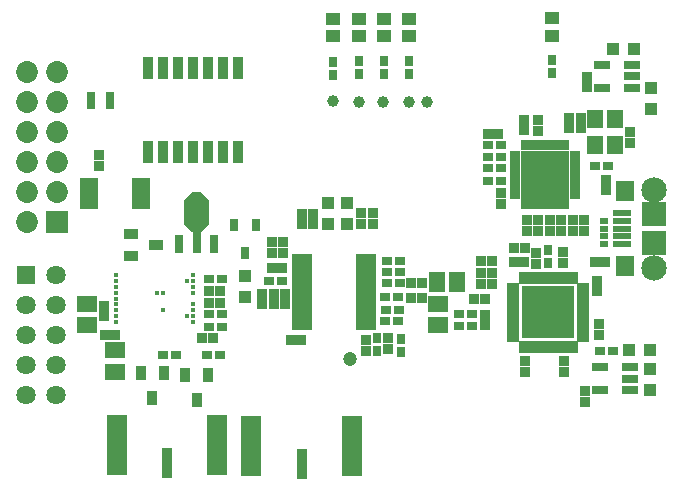
<source format=gts>
G04*
G04 #@! TF.GenerationSoftware,Altium Limited,Altium Designer,19.1.7 (138)*
G04*
G04 Layer_Color=8388736*
%FSLAX44Y44*%
%MOMM*%
G71*
G01*
G75*
%ADD50C,1.0032*%
%ADD51R,0.6782X0.5032*%
%ADD52R,1.3032X0.8532*%
%ADD53R,1.3532X0.8032*%
%ADD54R,0.8032X1.0532*%
%ADD55R,0.8032X1.6032*%
%ADD56R,0.8032X2.0032*%
%ADD57R,1.6032X0.6532*%
%ADD58R,1.7232X0.6432*%
%ADD59C,1.2032*%
%ADD60R,0.9032X1.9782*%
%ADD61R,1.0032X1.0032*%
%ADD62R,1.0032X1.0032*%
%ADD63R,4.4532X4.4532*%
%ADD64R,1.0532X0.5032*%
%ADD65R,0.5032X1.0532*%
%ADD66R,0.9532X0.5032*%
%ADD67R,4.0532X4.0532*%
%ADD68R,0.5032X0.9532*%
%ADD69R,1.1532X1.1032*%
%ADD70R,1.4032X1.6532*%
%ADD71R,0.8032X0.5532*%
%ADD72R,1.6532X1.3532*%
%ADD73C,0.4032*%
%ADD74R,1.8032X5.1032*%
%ADD75R,0.9032X2.5532*%
%ADD76R,1.4032X1.6032*%
%ADD77R,1.5532X0.6032*%
%ADD78R,1.6032X1.8032*%
%ADD79R,2.1032X2.1032*%
%ADD80R,0.9032X0.8032*%
%ADD81R,0.8532X0.8432*%
%ADD82R,0.8432X0.8532*%
%ADD83R,0.8032X0.9032*%
%ADD84R,1.6532X1.4032*%
%ADD85R,0.8532X1.3032*%
%ADD86C,1.6282*%
%ADD87R,1.6282X1.6282*%
%ADD88C,1.8532*%
%ADD89R,1.8532X1.8532*%
%ADD90C,2.1532*%
G36*
X163883Y257260D02*
X164014Y257234D01*
X164140Y257191D01*
X164259Y257132D01*
X164370Y257058D01*
X164470Y256970D01*
X170970Y250470D01*
X171058Y250370D01*
X171132Y250259D01*
X171191Y250140D01*
X171234Y250014D01*
X171259Y249883D01*
X171268Y249750D01*
Y230750D01*
X171259Y230617D01*
X171234Y230487D01*
X171191Y230360D01*
X171132Y230241D01*
X171058Y230130D01*
X170970Y230030D01*
X164470Y223530D01*
X164370Y223442D01*
X164259Y223368D01*
X164140Y223309D01*
X164014Y223267D01*
X163883Y223241D01*
X163750Y223232D01*
X157750D01*
X157617Y223241D01*
X157486Y223267D01*
X157360Y223309D01*
X157241Y223368D01*
X157130Y223442D01*
X157030Y223530D01*
X150530Y230030D01*
X150442Y230130D01*
X150368Y230241D01*
X150309Y230360D01*
X150267Y230487D01*
X150240Y230617D01*
X150232Y230750D01*
Y249750D01*
X150240Y249883D01*
X150267Y250014D01*
X150309Y250140D01*
X150368Y250259D01*
X150442Y250370D01*
X150530Y250470D01*
X157030Y256970D01*
X157130Y257058D01*
X157241Y257132D01*
X157360Y257191D01*
X157486Y257234D01*
X157617Y257260D01*
X157750Y257268D01*
X163750D01*
X163883Y257260D01*
D02*
G37*
D50*
X276500Y333750D02*
D03*
X355500Y333500D02*
D03*
X340250D02*
D03*
X319000D02*
D03*
X298000D02*
D03*
D51*
X87882Y339518D02*
D03*
Y334518D02*
D03*
Y329518D02*
D03*
X71122D02*
D03*
Y334518D02*
D03*
Y339518D02*
D03*
D52*
X126250Y212000D02*
D03*
X105250Y202400D02*
D03*
Y221600D02*
D03*
D53*
X504226Y345284D02*
D03*
Y364284D02*
D03*
X529226D02*
D03*
Y354784D02*
D03*
Y345284D02*
D03*
X502500Y89500D02*
D03*
Y108500D02*
D03*
X527500D02*
D03*
Y99000D02*
D03*
Y89500D02*
D03*
D54*
X202000Y205000D02*
D03*
X192500Y229000D02*
D03*
X211500D02*
D03*
D55*
X175750Y213250D02*
D03*
X145750D02*
D03*
D56*
X160750Y215250D02*
D03*
D57*
X69500Y265500D02*
D03*
Y259000D02*
D03*
Y252500D02*
D03*
Y246000D02*
D03*
X113500D02*
D03*
Y252500D02*
D03*
Y259000D02*
D03*
Y265500D02*
D03*
D58*
X304150Y201050D02*
D03*
Y194650D02*
D03*
Y188250D02*
D03*
Y181850D02*
D03*
Y175450D02*
D03*
Y169050D02*
D03*
Y162650D02*
D03*
Y156250D02*
D03*
Y149850D02*
D03*
Y143450D02*
D03*
X249850D02*
D03*
Y149850D02*
D03*
Y156250D02*
D03*
Y162650D02*
D03*
Y169050D02*
D03*
Y175450D02*
D03*
Y181850D02*
D03*
Y188250D02*
D03*
Y194650D02*
D03*
Y201050D02*
D03*
D59*
X290750Y115500D02*
D03*
D60*
X119900Y291120D02*
D03*
X132600D02*
D03*
X145300D02*
D03*
X158000D02*
D03*
X170700D02*
D03*
X183400D02*
D03*
X196100D02*
D03*
Y361880D02*
D03*
X183400D02*
D03*
X170700D02*
D03*
X158000D02*
D03*
X145300D02*
D03*
X132600D02*
D03*
X119900D02*
D03*
D61*
X272001Y230000D02*
D03*
Y247500D02*
D03*
X544501Y89749D02*
D03*
Y107249D02*
D03*
X545225Y345034D02*
D03*
Y327534D02*
D03*
X201751Y168249D02*
D03*
Y185749D02*
D03*
X287999Y247751D02*
D03*
Y230251D02*
D03*
D62*
X530976Y377785D02*
D03*
X513476D02*
D03*
X544250Y123501D02*
D03*
X526750D02*
D03*
D63*
X458500Y155000D02*
D03*
D64*
X429000Y132500D02*
D03*
X429000Y137500D02*
D03*
Y142500D02*
D03*
Y147500D02*
D03*
Y152500D02*
D03*
Y157500D02*
D03*
Y162500D02*
D03*
Y167500D02*
D03*
Y172500D02*
D03*
X429000Y177500D02*
D03*
X488000D02*
D03*
X488000Y172500D02*
D03*
Y167500D02*
D03*
Y162500D02*
D03*
Y157500D02*
D03*
Y152500D02*
D03*
Y147500D02*
D03*
Y142500D02*
D03*
Y137500D02*
D03*
X488000Y132500D02*
D03*
D65*
X436000Y184500D02*
D03*
X441000Y184500D02*
D03*
X446000D02*
D03*
X451000D02*
D03*
X456000D02*
D03*
X461000D02*
D03*
X466000D02*
D03*
X471000D02*
D03*
X476000D02*
D03*
X481000Y184500D02*
D03*
Y125500D02*
D03*
X476000Y125500D02*
D03*
X471000D02*
D03*
X466000D02*
D03*
X461000D02*
D03*
X456000D02*
D03*
X451000D02*
D03*
X446000D02*
D03*
X441000D02*
D03*
X436000Y125500D02*
D03*
D66*
X480750Y264000D02*
D03*
Y269000D02*
D03*
Y289000D02*
D03*
Y284000D02*
D03*
Y279000D02*
D03*
Y274000D02*
D03*
Y259000D02*
D03*
Y254000D02*
D03*
X430750D02*
D03*
Y259000D02*
D03*
Y264000D02*
D03*
Y269000D02*
D03*
Y274000D02*
D03*
Y279000D02*
D03*
Y284000D02*
D03*
Y289000D02*
D03*
D67*
X455750Y271500D02*
D03*
D68*
X438250Y296500D02*
D03*
X443250D02*
D03*
X448250D02*
D03*
X453250D02*
D03*
X458250D02*
D03*
X463250D02*
D03*
X468250D02*
D03*
X473250D02*
D03*
Y246500D02*
D03*
X468250D02*
D03*
X463250D02*
D03*
X458250D02*
D03*
X453250D02*
D03*
X448250D02*
D03*
X443250D02*
D03*
X438250D02*
D03*
D69*
X461500Y404000D02*
D03*
Y389000D02*
D03*
X340750Y403750D02*
D03*
Y388750D02*
D03*
X319250Y403750D02*
D03*
Y388750D02*
D03*
X298000Y403750D02*
D03*
Y388750D02*
D03*
X276500Y403750D02*
D03*
Y388750D02*
D03*
D70*
X364000Y180750D02*
D03*
X381000D02*
D03*
D71*
X506000Y219550D02*
D03*
Y212950D02*
D03*
Y225950D02*
D03*
Y232550D02*
D03*
D72*
X91750Y123000D02*
D03*
Y105000D02*
D03*
X67750Y144000D02*
D03*
Y162000D02*
D03*
D73*
X92500Y146750D02*
D03*
Y151750D02*
D03*
Y156750D02*
D03*
Y161750D02*
D03*
Y166750D02*
D03*
Y171750D02*
D03*
Y176750D02*
D03*
Y181750D02*
D03*
Y186750D02*
D03*
X127500Y171750D02*
D03*
X132500Y156750D02*
D03*
Y171750D02*
D03*
X152500Y151750D02*
D03*
Y181750D02*
D03*
X157500Y146750D02*
D03*
Y151750D02*
D03*
Y156750D02*
D03*
Y161750D02*
D03*
Y171750D02*
D03*
Y176750D02*
D03*
Y181750D02*
D03*
Y186750D02*
D03*
D74*
X207250Y42250D02*
D03*
X292250D02*
D03*
X93250Y43000D02*
D03*
X178250D02*
D03*
D75*
X249750Y26500D02*
D03*
X135750Y27250D02*
D03*
D76*
X515250Y296500D02*
D03*
Y318500D02*
D03*
X498250D02*
D03*
Y296500D02*
D03*
D77*
X521200Y213000D02*
D03*
Y219500D02*
D03*
Y226000D02*
D03*
Y232500D02*
D03*
Y239000D02*
D03*
D78*
X523450Y194000D02*
D03*
Y258000D02*
D03*
D79*
X547950Y214000D02*
D03*
Y238000D02*
D03*
D80*
X181014Y119380D02*
D03*
X170014D02*
D03*
X508750Y279000D02*
D03*
X497750D02*
D03*
X418250Y296500D02*
D03*
X407250D02*
D03*
X418250Y286750D02*
D03*
X407250D02*
D03*
Y277000D02*
D03*
X418250D02*
D03*
X332906Y198374D02*
D03*
X321906D02*
D03*
X233250Y181750D02*
D03*
X222250D02*
D03*
X332906Y189230D02*
D03*
X321906D02*
D03*
X331890Y156972D02*
D03*
X320890D02*
D03*
X331636Y148082D02*
D03*
X320636D02*
D03*
X407250Y266250D02*
D03*
X418250D02*
D03*
X502500Y122000D02*
D03*
X513500D02*
D03*
X331636Y168148D02*
D03*
X320636D02*
D03*
X393750Y143750D02*
D03*
X382750D02*
D03*
X332652Y180086D02*
D03*
X321652D02*
D03*
X393750Y153750D02*
D03*
X382750D02*
D03*
X171500Y142750D02*
D03*
X182500D02*
D03*
X171500Y153750D02*
D03*
X182500D02*
D03*
X171250Y183250D02*
D03*
X182250D02*
D03*
X132422Y119380D02*
D03*
X143422D02*
D03*
D81*
X506750Y198000D02*
D03*
X497750D02*
D03*
X401500Y198500D02*
D03*
X410500D02*
D03*
X405000Y166000D02*
D03*
X396000D02*
D03*
X401500Y188750D02*
D03*
X410500D02*
D03*
X224500Y192500D02*
D03*
X233500D02*
D03*
X401500Y179250D02*
D03*
X410500Y179250D02*
D03*
X407234Y305816D02*
D03*
X416234D02*
D03*
X438332Y197612D02*
D03*
X429332D02*
D03*
X249500Y131500D02*
D03*
X240500D02*
D03*
X429840Y209550D02*
D03*
X438840D02*
D03*
X342718Y167640D02*
D03*
X351718D02*
D03*
X342500Y180000D02*
D03*
X351500D02*
D03*
X83000Y135750D02*
D03*
X92000D02*
D03*
X171250Y173000D02*
D03*
X180250D02*
D03*
X171250Y163000D02*
D03*
X180250D02*
D03*
X165680Y133604D02*
D03*
X174680D02*
D03*
D82*
X438250Y318250D02*
D03*
Y309250D02*
D03*
X450250Y318000D02*
D03*
Y309000D02*
D03*
X507000Y267500D02*
D03*
Y258500D02*
D03*
X234250Y205250D02*
D03*
Y214250D02*
D03*
X216500Y171000D02*
D03*
Y162000D02*
D03*
X224250Y205250D02*
D03*
Y214250D02*
D03*
X438750Y113750D02*
D03*
Y104750D02*
D03*
X235250Y171000D02*
D03*
Y162000D02*
D03*
X226000Y171000D02*
D03*
Y162000D02*
D03*
X448310Y196160D02*
D03*
Y205160D02*
D03*
X323088Y133024D02*
D03*
Y124024D02*
D03*
X304250Y122500D02*
D03*
Y131500D02*
D03*
X476500Y311000D02*
D03*
Y320000D02*
D03*
X259500Y229500D02*
D03*
Y238500D02*
D03*
X250000Y229500D02*
D03*
Y238500D02*
D03*
X310000Y230000D02*
D03*
Y239000D02*
D03*
X300250Y230000D02*
D03*
Y239000D02*
D03*
X489000Y233000D02*
D03*
Y224000D02*
D03*
X528000Y298500D02*
D03*
Y307500D02*
D03*
X77750Y279000D02*
D03*
Y288000D02*
D03*
X418750Y247000D02*
D03*
Y256000D02*
D03*
X471000Y197201D02*
D03*
Y206201D02*
D03*
X486250Y320000D02*
D03*
Y311000D02*
D03*
X491476Y345534D02*
D03*
Y354534D02*
D03*
X440500Y233000D02*
D03*
Y224000D02*
D03*
X499500Y173000D02*
D03*
Y182000D02*
D03*
X471750Y113750D02*
D03*
Y104750D02*
D03*
X405250Y153000D02*
D03*
Y144000D02*
D03*
X501396Y145216D02*
D03*
Y136216D02*
D03*
X450000Y233000D02*
D03*
Y224000D02*
D03*
X459750Y233000D02*
D03*
Y224000D02*
D03*
X469500Y233000D02*
D03*
Y224000D02*
D03*
X479250Y233000D02*
D03*
Y224000D02*
D03*
X489750Y88500D02*
D03*
Y79500D02*
D03*
X82000Y151750D02*
D03*
Y160750D02*
D03*
D83*
X458216Y207684D02*
D03*
Y196684D02*
D03*
X313500Y133500D02*
D03*
Y122500D02*
D03*
X334000Y121750D02*
D03*
Y132750D02*
D03*
X341000Y367500D02*
D03*
Y356500D02*
D03*
X319500Y367500D02*
D03*
Y356500D02*
D03*
X298000Y367500D02*
D03*
Y356500D02*
D03*
X276250Y367250D02*
D03*
Y356250D02*
D03*
X462000Y369000D02*
D03*
Y358000D02*
D03*
D84*
X365500Y161750D02*
D03*
Y144750D02*
D03*
D85*
X123250Y82500D02*
D03*
X113650Y103500D02*
D03*
X132850D02*
D03*
X160750Y81250D02*
D03*
X151150Y102250D02*
D03*
X170350D02*
D03*
D86*
X41650Y84900D02*
D03*
X16250D02*
D03*
X41650Y110300D02*
D03*
X16250D02*
D03*
X41650Y135700D02*
D03*
X16250D02*
D03*
X41650Y161100D02*
D03*
X16250D02*
D03*
X41650Y186500D02*
D03*
D87*
X16250D02*
D03*
D88*
X17600Y358750D02*
D03*
X43000D02*
D03*
X17600Y333350D02*
D03*
X43000D02*
D03*
X17600Y307950D02*
D03*
X43000D02*
D03*
X17600Y282550D02*
D03*
X43000D02*
D03*
X17600Y257150D02*
D03*
X43000D02*
D03*
X17600Y231750D02*
D03*
D89*
X43000D02*
D03*
D90*
X547950Y193000D02*
D03*
Y259000D02*
D03*
M02*

</source>
